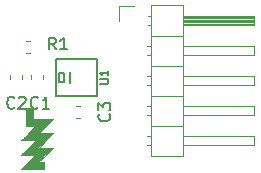
<source format=gbr>
%TF.GenerationSoftware,KiCad,Pcbnew,5.1.7-a382d34a8~87~ubuntu20.04.1*%
%TF.CreationDate,2020-10-01T12:41:17+02:00*%
%TF.ProjectId,reform2-trackball-sensor,7265666f-726d-4322-9d74-7261636b6261,rev?*%
%TF.SameCoordinates,Original*%
%TF.FileFunction,Legend,Top*%
%TF.FilePolarity,Positive*%
%FSLAX46Y46*%
G04 Gerber Fmt 4.6, Leading zero omitted, Abs format (unit mm)*
G04 Created by KiCad (PCBNEW 5.1.7-a382d34a8~87~ubuntu20.04.1) date 2020-10-01 12:41:17*
%MOMM*%
%LPD*%
G01*
G04 APERTURE LIST*
%ADD10C,0.010000*%
%ADD11C,0.150000*%
%ADD12C,0.120000*%
G04 APERTURE END LIST*
D10*
G36*
X145776100Y-88705800D02*
G01*
X146377189Y-88104667D01*
X145778194Y-88104667D01*
X145670204Y-88104561D01*
X145570095Y-88104254D01*
X145478946Y-88103758D01*
X145397835Y-88103088D01*
X145327838Y-88102258D01*
X145270033Y-88101280D01*
X145225498Y-88100169D01*
X145195310Y-88098939D01*
X145180546Y-88097603D01*
X145179200Y-88097041D01*
X145185083Y-88090135D01*
X145202194Y-88072129D01*
X145229723Y-88043837D01*
X145266864Y-88006071D01*
X145312807Y-87959644D01*
X145366745Y-87905367D01*
X145427868Y-87844054D01*
X145495370Y-87776517D01*
X145568442Y-87703568D01*
X145646275Y-87626020D01*
X145728062Y-87544685D01*
X145777181Y-87495908D01*
X146375162Y-86902400D01*
X145777181Y-86902400D01*
X145678242Y-86902312D01*
X145584415Y-86902058D01*
X145497048Y-86901652D01*
X145417490Y-86901109D01*
X145347091Y-86900444D01*
X145287198Y-86899669D01*
X145239161Y-86898800D01*
X145204329Y-86897852D01*
X145184050Y-86896838D01*
X145179200Y-86896027D01*
X145185060Y-86889274D01*
X145202101Y-86871377D01*
X145229517Y-86843153D01*
X145266500Y-86805417D01*
X145312243Y-86758984D01*
X145365939Y-86704672D01*
X145426781Y-86643294D01*
X145493963Y-86575667D01*
X145566677Y-86502607D01*
X145644115Y-86424929D01*
X145725472Y-86343449D01*
X145771895Y-86297010D01*
X146364589Y-85704366D01*
X145981445Y-85700133D01*
X145598300Y-85695900D01*
X145596138Y-84944483D01*
X145593975Y-84193066D01*
X146195052Y-84193066D01*
X146199434Y-85094766D01*
X147012168Y-85096926D01*
X147824903Y-85099086D01*
X147223857Y-85700176D01*
X146622812Y-86301267D01*
X147824989Y-86301267D01*
X147223958Y-86902342D01*
X146622926Y-87503418D01*
X147221872Y-87505592D01*
X147820817Y-87507766D01*
X147221800Y-88106783D01*
X146622782Y-88705800D01*
X147101133Y-88705800D01*
X147101133Y-89306933D01*
X145175012Y-89306933D01*
X145776100Y-88705800D01*
G37*
X145776100Y-88705800D02*
X146377189Y-88104667D01*
X145778194Y-88104667D01*
X145670204Y-88104561D01*
X145570095Y-88104254D01*
X145478946Y-88103758D01*
X145397835Y-88103088D01*
X145327838Y-88102258D01*
X145270033Y-88101280D01*
X145225498Y-88100169D01*
X145195310Y-88098939D01*
X145180546Y-88097603D01*
X145179200Y-88097041D01*
X145185083Y-88090135D01*
X145202194Y-88072129D01*
X145229723Y-88043837D01*
X145266864Y-88006071D01*
X145312807Y-87959644D01*
X145366745Y-87905367D01*
X145427868Y-87844054D01*
X145495370Y-87776517D01*
X145568442Y-87703568D01*
X145646275Y-87626020D01*
X145728062Y-87544685D01*
X145777181Y-87495908D01*
X146375162Y-86902400D01*
X145777181Y-86902400D01*
X145678242Y-86902312D01*
X145584415Y-86902058D01*
X145497048Y-86901652D01*
X145417490Y-86901109D01*
X145347091Y-86900444D01*
X145287198Y-86899669D01*
X145239161Y-86898800D01*
X145204329Y-86897852D01*
X145184050Y-86896838D01*
X145179200Y-86896027D01*
X145185060Y-86889274D01*
X145202101Y-86871377D01*
X145229517Y-86843153D01*
X145266500Y-86805417D01*
X145312243Y-86758984D01*
X145365939Y-86704672D01*
X145426781Y-86643294D01*
X145493963Y-86575667D01*
X145566677Y-86502607D01*
X145644115Y-86424929D01*
X145725472Y-86343449D01*
X145771895Y-86297010D01*
X146364589Y-85704366D01*
X145981445Y-85700133D01*
X145598300Y-85695900D01*
X145596138Y-84944483D01*
X145593975Y-84193066D01*
X146195052Y-84193066D01*
X146199434Y-85094766D01*
X147012168Y-85096926D01*
X147824903Y-85099086D01*
X147223857Y-85700176D01*
X146622812Y-86301267D01*
X147824989Y-86301267D01*
X147223958Y-86902342D01*
X146622926Y-87503418D01*
X147221872Y-87505592D01*
X147820817Y-87507766D01*
X147221800Y-88106783D01*
X146622782Y-88705800D01*
X147101133Y-88705800D01*
X147101133Y-89306933D01*
X145175012Y-89306933D01*
X145776100Y-88705800D01*
D11*
X148070000Y-79970000D02*
X151570000Y-79970000D01*
X151570000Y-79970000D02*
X151570000Y-83170000D01*
X151570000Y-83170000D02*
X148070000Y-83170000D01*
X148070000Y-83170000D02*
X148070000Y-79970000D01*
X148370000Y-81170000D02*
X148370000Y-81970000D01*
X148370000Y-81970000D02*
X148820000Y-81970000D01*
X148820000Y-81970000D02*
X148820000Y-81170000D01*
X148820000Y-81170000D02*
X148370000Y-81170000D01*
X149320000Y-81120000D02*
X149320000Y-82020000D01*
D12*
X145587221Y-78490000D02*
X145912779Y-78490000D01*
X145587221Y-79510000D02*
X145912779Y-79510000D01*
X149837221Y-83990000D02*
X150162779Y-83990000D01*
X149837221Y-85010000D02*
X150162779Y-85010000D01*
X144240000Y-81662779D02*
X144240000Y-81337221D01*
X145260000Y-81662779D02*
X145260000Y-81337221D01*
X145990000Y-81662779D02*
X145990000Y-81337221D01*
X147010000Y-81662779D02*
X147010000Y-81337221D01*
X156190000Y-75420000D02*
X156190000Y-88240000D01*
X156190000Y-88240000D02*
X158850000Y-88240000D01*
X158850000Y-88240000D02*
X158850000Y-75420000D01*
X158850000Y-75420000D02*
X156190000Y-75420000D01*
X158850000Y-76370000D02*
X164850000Y-76370000D01*
X164850000Y-76370000D02*
X164850000Y-77130000D01*
X164850000Y-77130000D02*
X158850000Y-77130000D01*
X158850000Y-76430000D02*
X164850000Y-76430000D01*
X158850000Y-76550000D02*
X164850000Y-76550000D01*
X158850000Y-76670000D02*
X164850000Y-76670000D01*
X158850000Y-76790000D02*
X164850000Y-76790000D01*
X158850000Y-76910000D02*
X164850000Y-76910000D01*
X158850000Y-77030000D02*
X164850000Y-77030000D01*
X155860000Y-76370000D02*
X156190000Y-76370000D01*
X155860000Y-77130000D02*
X156190000Y-77130000D01*
X156190000Y-78020000D02*
X158850000Y-78020000D01*
X158850000Y-78910000D02*
X164850000Y-78910000D01*
X164850000Y-78910000D02*
X164850000Y-79670000D01*
X164850000Y-79670000D02*
X158850000Y-79670000D01*
X155792929Y-78910000D02*
X156190000Y-78910000D01*
X155792929Y-79670000D02*
X156190000Y-79670000D01*
X156190000Y-80560000D02*
X158850000Y-80560000D01*
X158850000Y-81450000D02*
X164850000Y-81450000D01*
X164850000Y-81450000D02*
X164850000Y-82210000D01*
X164850000Y-82210000D02*
X158850000Y-82210000D01*
X155792929Y-81450000D02*
X156190000Y-81450000D01*
X155792929Y-82210000D02*
X156190000Y-82210000D01*
X156190000Y-83100000D02*
X158850000Y-83100000D01*
X158850000Y-83990000D02*
X164850000Y-83990000D01*
X164850000Y-83990000D02*
X164850000Y-84750000D01*
X164850000Y-84750000D02*
X158850000Y-84750000D01*
X155792929Y-83990000D02*
X156190000Y-83990000D01*
X155792929Y-84750000D02*
X156190000Y-84750000D01*
X156190000Y-85640000D02*
X158850000Y-85640000D01*
X158850000Y-86530000D02*
X164850000Y-86530000D01*
X164850000Y-86530000D02*
X164850000Y-87290000D01*
X164850000Y-87290000D02*
X158850000Y-87290000D01*
X155792929Y-86530000D02*
X156190000Y-86530000D01*
X155792929Y-87290000D02*
X156190000Y-87290000D01*
X153480000Y-76750000D02*
X153480000Y-75480000D01*
X153480000Y-75480000D02*
X154750000Y-75480000D01*
D11*
X151834666Y-82089333D02*
X152401333Y-82089333D01*
X152468000Y-82056000D01*
X152501333Y-82022666D01*
X152534666Y-81956000D01*
X152534666Y-81822666D01*
X152501333Y-81756000D01*
X152468000Y-81722666D01*
X152401333Y-81689333D01*
X151834666Y-81689333D01*
X152534666Y-80989333D02*
X152534666Y-81389333D01*
X152534666Y-81189333D02*
X151834666Y-81189333D01*
X151934666Y-81256000D01*
X152001333Y-81322666D01*
X152034666Y-81389333D01*
X148083333Y-79202380D02*
X147750000Y-78726190D01*
X147511904Y-79202380D02*
X147511904Y-78202380D01*
X147892857Y-78202380D01*
X147988095Y-78250000D01*
X148035714Y-78297619D01*
X148083333Y-78392857D01*
X148083333Y-78535714D01*
X148035714Y-78630952D01*
X147988095Y-78678571D01*
X147892857Y-78726190D01*
X147511904Y-78726190D01*
X149035714Y-79202380D02*
X148464285Y-79202380D01*
X148750000Y-79202380D02*
X148750000Y-78202380D01*
X148654761Y-78345238D01*
X148559523Y-78440476D01*
X148464285Y-78488095D01*
X152607142Y-84666666D02*
X152654761Y-84714285D01*
X152702380Y-84857142D01*
X152702380Y-84952380D01*
X152654761Y-85095238D01*
X152559523Y-85190476D01*
X152464285Y-85238095D01*
X152273809Y-85285714D01*
X152130952Y-85285714D01*
X151940476Y-85238095D01*
X151845238Y-85190476D01*
X151750000Y-85095238D01*
X151702380Y-84952380D01*
X151702380Y-84857142D01*
X151750000Y-84714285D01*
X151797619Y-84666666D01*
X151702380Y-84333333D02*
X151702380Y-83714285D01*
X152083333Y-84047619D01*
X152083333Y-83904761D01*
X152130952Y-83809523D01*
X152178571Y-83761904D01*
X152273809Y-83714285D01*
X152511904Y-83714285D01*
X152607142Y-83761904D01*
X152654761Y-83809523D01*
X152702380Y-83904761D01*
X152702380Y-84190476D01*
X152654761Y-84285714D01*
X152607142Y-84333333D01*
X144583333Y-84107142D02*
X144535714Y-84154761D01*
X144392857Y-84202380D01*
X144297619Y-84202380D01*
X144154761Y-84154761D01*
X144059523Y-84059523D01*
X144011904Y-83964285D01*
X143964285Y-83773809D01*
X143964285Y-83630952D01*
X144011904Y-83440476D01*
X144059523Y-83345238D01*
X144154761Y-83250000D01*
X144297619Y-83202380D01*
X144392857Y-83202380D01*
X144535714Y-83250000D01*
X144583333Y-83297619D01*
X144964285Y-83297619D02*
X145011904Y-83250000D01*
X145107142Y-83202380D01*
X145345238Y-83202380D01*
X145440476Y-83250000D01*
X145488095Y-83297619D01*
X145535714Y-83392857D01*
X145535714Y-83488095D01*
X145488095Y-83630952D01*
X144916666Y-84202380D01*
X145535714Y-84202380D01*
X146583333Y-84107142D02*
X146535714Y-84154761D01*
X146392857Y-84202380D01*
X146297619Y-84202380D01*
X146154761Y-84154761D01*
X146059523Y-84059523D01*
X146011904Y-83964285D01*
X145964285Y-83773809D01*
X145964285Y-83630952D01*
X146011904Y-83440476D01*
X146059523Y-83345238D01*
X146154761Y-83250000D01*
X146297619Y-83202380D01*
X146392857Y-83202380D01*
X146535714Y-83250000D01*
X146583333Y-83297619D01*
X147535714Y-84202380D02*
X146964285Y-84202380D01*
X147250000Y-84202380D02*
X147250000Y-83202380D01*
X147154761Y-83345238D01*
X147059523Y-83440476D01*
X146964285Y-83488095D01*
M02*

</source>
